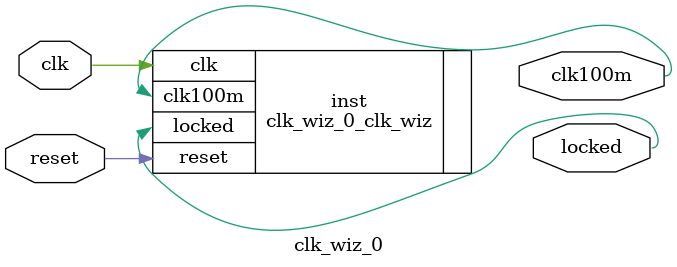
<source format=v>


`timescale 1ps/1ps

(* CORE_GENERATION_INFO = "clk_wiz_0,clk_wiz_v6_0_14_0_0,{component_name=clk_wiz_0,use_phase_alignment=true,use_min_o_jitter=false,use_max_i_jitter=false,use_dyn_phase_shift=false,use_inclk_switchover=false,use_dyn_reconfig=false,enable_axi=0,feedback_source=FDBK_AUTO,PRIMITIVE=MMCM,num_out_clk=1,clkin1_period=83.333,clkin2_period=10.0,use_power_down=false,use_reset=true,use_locked=true,use_inclk_stopped=false,feedback_type=SINGLE,CLOCK_MGR_TYPE=NA,manual_override=false}" *)

module clk_wiz_0 
 (
  // Clock out ports
  output        clk100m,
  // Status and control signals
  input         reset,
  output        locked,
 // Clock in ports
  input         clk
 );

  clk_wiz_0_clk_wiz inst
  (
  // Clock out ports  
  .clk100m(clk100m),
  // Status and control signals               
  .reset(reset), 
  .locked(locked),
 // Clock in ports
  .clk(clk)
  );

endmodule

</source>
